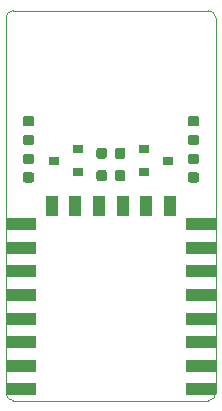
<source format=gbr>
%TF.GenerationSoftware,KiCad,Pcbnew,5.1.5+dfsg1-2~bpo10+1*%
%TF.CreationDate,Date%
%TF.ProjectId,ProMicro_ESP12E,50726f4d-6963-4726-9f5f-455350313245,v1.0*%
%TF.SameCoordinates,Original*%
%TF.FileFunction,Paste,Top*%
%TF.FilePolarity,Positive*%
%FSLAX45Y45*%
G04 Gerber Fmt 4.5, Leading zero omitted, Abs format (unit mm)*
G04 Created by KiCad*
%MOMM*%
%LPD*%
G04 APERTURE LIST*
%ADD10C,0.100000*%
%ADD11C,0.150000*%
%ADD12R,0.900000X0.800000*%
%ADD13R,2.500000X1.000000*%
%ADD14R,1.000000X1.800000*%
G04 APERTURE END LIST*
D10*
X-63500Y3175000D02*
G75*
G03X-127000Y3111500I0J-63500D01*
G01*
X1651000Y3111500D02*
G75*
G03X1587500Y3175000I-63500J0D01*
G01*
X1587500Y-127000D02*
G75*
G03X1651000Y-63500I0J63500D01*
G01*
X-127000Y-63500D02*
G75*
G03X-63500Y-127000I63500J0D01*
G01*
X-127000Y3111500D02*
X-127000Y-63500D01*
X1587500Y3175000D02*
X-63500Y3175000D01*
X1651000Y-63500D02*
X1651000Y3111500D01*
X-63500Y-127000D02*
X1587500Y-127000D01*
D11*
G36*
X1488269Y2123895D02*
G01*
X1490393Y2123580D01*
X1492475Y2123058D01*
X1494496Y2122335D01*
X1496437Y2121417D01*
X1498278Y2120313D01*
X1500002Y2119035D01*
X1501593Y2117593D01*
X1503035Y2116002D01*
X1504313Y2114278D01*
X1505417Y2112437D01*
X1506335Y2110496D01*
X1507058Y2108475D01*
X1507580Y2106393D01*
X1507895Y2104269D01*
X1508000Y2102125D01*
X1508000Y2058375D01*
X1507895Y2056231D01*
X1507580Y2054107D01*
X1507058Y2052025D01*
X1506335Y2050004D01*
X1505417Y2048063D01*
X1504313Y2046222D01*
X1503035Y2044498D01*
X1501593Y2042907D01*
X1500002Y2041465D01*
X1498278Y2040187D01*
X1496437Y2039083D01*
X1494496Y2038165D01*
X1492475Y2037442D01*
X1490393Y2036920D01*
X1488269Y2036605D01*
X1486125Y2036500D01*
X1434875Y2036500D01*
X1432731Y2036605D01*
X1430607Y2036920D01*
X1428525Y2037442D01*
X1426504Y2038165D01*
X1424563Y2039083D01*
X1422722Y2040187D01*
X1420998Y2041465D01*
X1419407Y2042907D01*
X1417965Y2044498D01*
X1416687Y2046222D01*
X1415583Y2048063D01*
X1414665Y2050004D01*
X1413942Y2052025D01*
X1413420Y2054107D01*
X1413105Y2056231D01*
X1413000Y2058375D01*
X1413000Y2102125D01*
X1413105Y2104269D01*
X1413420Y2106393D01*
X1413942Y2108475D01*
X1414665Y2110496D01*
X1415583Y2112437D01*
X1416687Y2114278D01*
X1417965Y2116002D01*
X1419407Y2117593D01*
X1420998Y2119035D01*
X1422722Y2120313D01*
X1424563Y2121417D01*
X1426504Y2122335D01*
X1428525Y2123058D01*
X1430607Y2123580D01*
X1432731Y2123895D01*
X1434875Y2124000D01*
X1486125Y2124000D01*
X1488269Y2123895D01*
G37*
G36*
X1488269Y2281395D02*
G01*
X1490393Y2281080D01*
X1492475Y2280558D01*
X1494496Y2279835D01*
X1496437Y2278917D01*
X1498278Y2277813D01*
X1500002Y2276535D01*
X1501593Y2275093D01*
X1503035Y2273502D01*
X1504313Y2271778D01*
X1505417Y2269937D01*
X1506335Y2267996D01*
X1507058Y2265975D01*
X1507580Y2263893D01*
X1507895Y2261769D01*
X1508000Y2259625D01*
X1508000Y2215875D01*
X1507895Y2213731D01*
X1507580Y2211607D01*
X1507058Y2209525D01*
X1506335Y2207504D01*
X1505417Y2205563D01*
X1504313Y2203722D01*
X1503035Y2201998D01*
X1501593Y2200407D01*
X1500002Y2198965D01*
X1498278Y2197687D01*
X1496437Y2196583D01*
X1494496Y2195665D01*
X1492475Y2194942D01*
X1490393Y2194420D01*
X1488269Y2194105D01*
X1486125Y2194000D01*
X1434875Y2194000D01*
X1432731Y2194105D01*
X1430607Y2194420D01*
X1428525Y2194942D01*
X1426504Y2195665D01*
X1424563Y2196583D01*
X1422722Y2197687D01*
X1420998Y2198965D01*
X1419407Y2200407D01*
X1417965Y2201998D01*
X1416687Y2203722D01*
X1415583Y2205563D01*
X1414665Y2207504D01*
X1413942Y2209525D01*
X1413420Y2211607D01*
X1413105Y2213731D01*
X1413000Y2215875D01*
X1413000Y2259625D01*
X1413105Y2261769D01*
X1413420Y2263893D01*
X1413942Y2265975D01*
X1414665Y2267996D01*
X1415583Y2269937D01*
X1416687Y2271778D01*
X1417965Y2273502D01*
X1419407Y2275093D01*
X1420998Y2276535D01*
X1422722Y2277813D01*
X1424563Y2278917D01*
X1426504Y2279835D01*
X1428525Y2280558D01*
X1430607Y2281080D01*
X1432731Y2281395D01*
X1434875Y2281500D01*
X1486125Y2281500D01*
X1488269Y2281395D01*
G37*
D12*
X1243000Y1905000D03*
X1043000Y1810000D03*
X1043000Y2000000D03*
X281000Y1905000D03*
X481000Y2000000D03*
X481000Y1810000D03*
D11*
G36*
X91269Y2281395D02*
G01*
X93393Y2281080D01*
X95475Y2280558D01*
X97496Y2279835D01*
X99437Y2278917D01*
X101278Y2277813D01*
X103002Y2276535D01*
X104593Y2275093D01*
X106035Y2273502D01*
X107313Y2271778D01*
X108417Y2269937D01*
X109335Y2267996D01*
X110058Y2265975D01*
X110580Y2263893D01*
X110895Y2261769D01*
X111000Y2259625D01*
X111000Y2215875D01*
X110895Y2213731D01*
X110580Y2211607D01*
X110058Y2209525D01*
X109335Y2207504D01*
X108417Y2205563D01*
X107313Y2203722D01*
X106035Y2201998D01*
X104593Y2200407D01*
X103002Y2198965D01*
X101278Y2197687D01*
X99437Y2196583D01*
X97496Y2195665D01*
X95475Y2194942D01*
X93393Y2194420D01*
X91269Y2194105D01*
X89125Y2194000D01*
X37875Y2194000D01*
X35731Y2194105D01*
X33607Y2194420D01*
X31525Y2194942D01*
X29504Y2195665D01*
X27563Y2196583D01*
X25722Y2197687D01*
X23998Y2198965D01*
X22407Y2200407D01*
X20965Y2201998D01*
X19687Y2203722D01*
X18583Y2205563D01*
X17665Y2207504D01*
X16942Y2209525D01*
X16420Y2211607D01*
X16105Y2213731D01*
X16000Y2215875D01*
X16000Y2259625D01*
X16105Y2261769D01*
X16420Y2263893D01*
X16942Y2265975D01*
X17665Y2267996D01*
X18583Y2269937D01*
X19687Y2271778D01*
X20965Y2273502D01*
X22407Y2275093D01*
X23998Y2276535D01*
X25722Y2277813D01*
X27563Y2278917D01*
X29504Y2279835D01*
X31525Y2280558D01*
X33607Y2281080D01*
X35731Y2281395D01*
X37875Y2281500D01*
X89125Y2281500D01*
X91269Y2281395D01*
G37*
G36*
X91269Y2123895D02*
G01*
X93393Y2123580D01*
X95475Y2123058D01*
X97496Y2122335D01*
X99437Y2121417D01*
X101278Y2120313D01*
X103002Y2119035D01*
X104593Y2117593D01*
X106035Y2116002D01*
X107313Y2114278D01*
X108417Y2112437D01*
X109335Y2110496D01*
X110058Y2108475D01*
X110580Y2106393D01*
X110895Y2104269D01*
X111000Y2102125D01*
X111000Y2058375D01*
X110895Y2056231D01*
X110580Y2054107D01*
X110058Y2052025D01*
X109335Y2050004D01*
X108417Y2048063D01*
X107313Y2046222D01*
X106035Y2044498D01*
X104593Y2042907D01*
X103002Y2041465D01*
X101278Y2040187D01*
X99437Y2039083D01*
X97496Y2038165D01*
X95475Y2037442D01*
X93393Y2036920D01*
X91269Y2036605D01*
X89125Y2036500D01*
X37875Y2036500D01*
X35731Y2036605D01*
X33607Y2036920D01*
X31525Y2037442D01*
X29504Y2038165D01*
X27563Y2039083D01*
X25722Y2040187D01*
X23998Y2041465D01*
X22407Y2042907D01*
X20965Y2044498D01*
X19687Y2046222D01*
X18583Y2048063D01*
X17665Y2050004D01*
X16942Y2052025D01*
X16420Y2054107D01*
X16105Y2056231D01*
X16000Y2058375D01*
X16000Y2102125D01*
X16105Y2104269D01*
X16420Y2106393D01*
X16942Y2108475D01*
X17665Y2110496D01*
X18583Y2112437D01*
X19687Y2114278D01*
X20965Y2116002D01*
X22407Y2117593D01*
X23998Y2119035D01*
X25722Y2120313D01*
X27563Y2121417D01*
X29504Y2122335D01*
X31525Y2123058D01*
X33607Y2123580D01*
X35731Y2123895D01*
X37875Y2124000D01*
X89125Y2124000D01*
X91269Y2123895D01*
G37*
G36*
X91269Y1806395D02*
G01*
X93393Y1806080D01*
X95475Y1805558D01*
X97496Y1804835D01*
X99437Y1803917D01*
X101278Y1802813D01*
X103002Y1801535D01*
X104593Y1800093D01*
X106035Y1798502D01*
X107313Y1796778D01*
X108417Y1794937D01*
X109335Y1792996D01*
X110058Y1790975D01*
X110580Y1788893D01*
X110895Y1786769D01*
X111000Y1784625D01*
X111000Y1740875D01*
X110895Y1738731D01*
X110580Y1736607D01*
X110058Y1734525D01*
X109335Y1732504D01*
X108417Y1730563D01*
X107313Y1728722D01*
X106035Y1726998D01*
X104593Y1725407D01*
X103002Y1723965D01*
X101278Y1722687D01*
X99437Y1721583D01*
X97496Y1720665D01*
X95475Y1719942D01*
X93393Y1719420D01*
X91269Y1719105D01*
X89125Y1719000D01*
X37875Y1719000D01*
X35731Y1719105D01*
X33607Y1719420D01*
X31525Y1719942D01*
X29504Y1720665D01*
X27563Y1721583D01*
X25722Y1722687D01*
X23998Y1723965D01*
X22407Y1725407D01*
X20965Y1726998D01*
X19687Y1728722D01*
X18583Y1730563D01*
X17665Y1732504D01*
X16942Y1734525D01*
X16420Y1736607D01*
X16105Y1738731D01*
X16000Y1740875D01*
X16000Y1784625D01*
X16105Y1786769D01*
X16420Y1788893D01*
X16942Y1790975D01*
X17665Y1792996D01*
X18583Y1794937D01*
X19687Y1796778D01*
X20965Y1798502D01*
X22407Y1800093D01*
X23998Y1801535D01*
X25722Y1802813D01*
X27563Y1803917D01*
X29504Y1804835D01*
X31525Y1805558D01*
X33607Y1806080D01*
X35731Y1806395D01*
X37875Y1806500D01*
X89125Y1806500D01*
X91269Y1806395D01*
G37*
G36*
X91269Y1963895D02*
G01*
X93393Y1963580D01*
X95475Y1963058D01*
X97496Y1962335D01*
X99437Y1961417D01*
X101278Y1960313D01*
X103002Y1959035D01*
X104593Y1957593D01*
X106035Y1956002D01*
X107313Y1954278D01*
X108417Y1952437D01*
X109335Y1950496D01*
X110058Y1948475D01*
X110580Y1946393D01*
X110895Y1944269D01*
X111000Y1942125D01*
X111000Y1898375D01*
X110895Y1896231D01*
X110580Y1894107D01*
X110058Y1892025D01*
X109335Y1890004D01*
X108417Y1888063D01*
X107313Y1886222D01*
X106035Y1884498D01*
X104593Y1882907D01*
X103002Y1881465D01*
X101278Y1880187D01*
X99437Y1879083D01*
X97496Y1878165D01*
X95475Y1877442D01*
X93393Y1876920D01*
X91269Y1876605D01*
X89125Y1876500D01*
X37875Y1876500D01*
X35731Y1876605D01*
X33607Y1876920D01*
X31525Y1877442D01*
X29504Y1878165D01*
X27563Y1879083D01*
X25722Y1880187D01*
X23998Y1881465D01*
X22407Y1882907D01*
X20965Y1884498D01*
X19687Y1886222D01*
X18583Y1888063D01*
X17665Y1890004D01*
X16942Y1892025D01*
X16420Y1894107D01*
X16105Y1896231D01*
X16000Y1898375D01*
X16000Y1942125D01*
X16105Y1944269D01*
X16420Y1946393D01*
X16942Y1948475D01*
X17665Y1950496D01*
X18583Y1952437D01*
X19687Y1954278D01*
X20965Y1956002D01*
X22407Y1957593D01*
X23998Y1959035D01*
X25722Y1960313D01*
X27563Y1961417D01*
X29504Y1962335D01*
X31525Y1963058D01*
X33607Y1963580D01*
X35731Y1963895D01*
X37875Y1964000D01*
X89125Y1964000D01*
X91269Y1963895D01*
G37*
G36*
X707269Y2015895D02*
G01*
X709393Y2015580D01*
X711475Y2015058D01*
X713496Y2014335D01*
X715437Y2013417D01*
X717278Y2012313D01*
X719002Y2011035D01*
X720593Y2009593D01*
X722035Y2008002D01*
X723313Y2006278D01*
X724417Y2004437D01*
X725335Y2002496D01*
X726058Y2000475D01*
X726580Y1998393D01*
X726895Y1996269D01*
X727000Y1994125D01*
X727000Y1942875D01*
X726895Y1940731D01*
X726580Y1938607D01*
X726058Y1936525D01*
X725335Y1934504D01*
X724417Y1932563D01*
X723313Y1930722D01*
X722035Y1928998D01*
X720593Y1927407D01*
X719002Y1925965D01*
X717278Y1924687D01*
X715437Y1923583D01*
X713496Y1922665D01*
X711475Y1921942D01*
X709393Y1921420D01*
X707269Y1921105D01*
X705125Y1921000D01*
X661375Y1921000D01*
X659231Y1921105D01*
X657107Y1921420D01*
X655025Y1921942D01*
X653004Y1922665D01*
X651063Y1923583D01*
X649222Y1924687D01*
X647498Y1925965D01*
X645907Y1927407D01*
X644465Y1928998D01*
X643187Y1930722D01*
X642083Y1932563D01*
X641165Y1934504D01*
X640442Y1936525D01*
X639920Y1938607D01*
X639605Y1940731D01*
X639500Y1942875D01*
X639500Y1994125D01*
X639605Y1996269D01*
X639920Y1998393D01*
X640442Y2000475D01*
X641165Y2002496D01*
X642083Y2004437D01*
X643187Y2006278D01*
X644465Y2008002D01*
X645907Y2009593D01*
X647498Y2011035D01*
X649222Y2012313D01*
X651063Y2013417D01*
X653004Y2014335D01*
X655025Y2015058D01*
X657107Y2015580D01*
X659231Y2015895D01*
X661375Y2016000D01*
X705125Y2016000D01*
X707269Y2015895D01*
G37*
G36*
X864769Y2015895D02*
G01*
X866893Y2015580D01*
X868975Y2015058D01*
X870996Y2014335D01*
X872937Y2013417D01*
X874778Y2012313D01*
X876502Y2011035D01*
X878093Y2009593D01*
X879535Y2008002D01*
X880813Y2006278D01*
X881917Y2004437D01*
X882835Y2002496D01*
X883558Y2000475D01*
X884080Y1998393D01*
X884395Y1996269D01*
X884500Y1994125D01*
X884500Y1942875D01*
X884395Y1940731D01*
X884080Y1938607D01*
X883558Y1936525D01*
X882835Y1934504D01*
X881917Y1932563D01*
X880813Y1930722D01*
X879535Y1928998D01*
X878093Y1927407D01*
X876502Y1925965D01*
X874778Y1924687D01*
X872937Y1923583D01*
X870996Y1922665D01*
X868975Y1921942D01*
X866893Y1921420D01*
X864769Y1921105D01*
X862625Y1921000D01*
X818875Y1921000D01*
X816731Y1921105D01*
X814607Y1921420D01*
X812525Y1921942D01*
X810504Y1922665D01*
X808563Y1923583D01*
X806722Y1924687D01*
X804998Y1925965D01*
X803407Y1927407D01*
X801965Y1928998D01*
X800687Y1930722D01*
X799583Y1932563D01*
X798665Y1934504D01*
X797942Y1936525D01*
X797420Y1938607D01*
X797105Y1940731D01*
X797000Y1942875D01*
X797000Y1994125D01*
X797105Y1996269D01*
X797420Y1998393D01*
X797942Y2000475D01*
X798665Y2002496D01*
X799583Y2004437D01*
X800687Y2006278D01*
X801965Y2008002D01*
X803407Y2009593D01*
X804998Y2011035D01*
X806722Y2012313D01*
X808563Y2013417D01*
X810504Y2014335D01*
X812525Y2015058D01*
X814607Y2015580D01*
X816731Y2015895D01*
X818875Y2016000D01*
X862625Y2016000D01*
X864769Y2015895D01*
G37*
G36*
X864769Y1825395D02*
G01*
X866893Y1825080D01*
X868975Y1824558D01*
X870996Y1823835D01*
X872937Y1822917D01*
X874778Y1821813D01*
X876502Y1820535D01*
X878093Y1819093D01*
X879535Y1817502D01*
X880813Y1815778D01*
X881917Y1813937D01*
X882835Y1811996D01*
X883558Y1809975D01*
X884080Y1807893D01*
X884395Y1805769D01*
X884500Y1803625D01*
X884500Y1752375D01*
X884395Y1750231D01*
X884080Y1748107D01*
X883558Y1746025D01*
X882835Y1744004D01*
X881917Y1742063D01*
X880813Y1740222D01*
X879535Y1738498D01*
X878093Y1736907D01*
X876502Y1735465D01*
X874778Y1734187D01*
X872937Y1733083D01*
X870996Y1732165D01*
X868975Y1731442D01*
X866893Y1730920D01*
X864769Y1730605D01*
X862625Y1730500D01*
X818875Y1730500D01*
X816731Y1730605D01*
X814607Y1730920D01*
X812525Y1731442D01*
X810504Y1732165D01*
X808563Y1733083D01*
X806722Y1734187D01*
X804998Y1735465D01*
X803407Y1736907D01*
X801965Y1738498D01*
X800687Y1740222D01*
X799583Y1742063D01*
X798665Y1744004D01*
X797942Y1746025D01*
X797420Y1748107D01*
X797105Y1750231D01*
X797000Y1752375D01*
X797000Y1803625D01*
X797105Y1805769D01*
X797420Y1807893D01*
X797942Y1809975D01*
X798665Y1811996D01*
X799583Y1813937D01*
X800687Y1815778D01*
X801965Y1817502D01*
X803407Y1819093D01*
X804998Y1820535D01*
X806722Y1821813D01*
X808563Y1822917D01*
X810504Y1823835D01*
X812525Y1824558D01*
X814607Y1825080D01*
X816731Y1825395D01*
X818875Y1825500D01*
X862625Y1825500D01*
X864769Y1825395D01*
G37*
G36*
X707269Y1825395D02*
G01*
X709393Y1825080D01*
X711475Y1824558D01*
X713496Y1823835D01*
X715437Y1822917D01*
X717278Y1821813D01*
X719002Y1820535D01*
X720593Y1819093D01*
X722035Y1817502D01*
X723313Y1815778D01*
X724417Y1813937D01*
X725335Y1811996D01*
X726058Y1809975D01*
X726580Y1807893D01*
X726895Y1805769D01*
X727000Y1803625D01*
X727000Y1752375D01*
X726895Y1750231D01*
X726580Y1748107D01*
X726058Y1746025D01*
X725335Y1744004D01*
X724417Y1742063D01*
X723313Y1740222D01*
X722035Y1738498D01*
X720593Y1736907D01*
X719002Y1735465D01*
X717278Y1734187D01*
X715437Y1733083D01*
X713496Y1732165D01*
X711475Y1731442D01*
X709393Y1730920D01*
X707269Y1730605D01*
X705125Y1730500D01*
X661375Y1730500D01*
X659231Y1730605D01*
X657107Y1730920D01*
X655025Y1731442D01*
X653004Y1732165D01*
X651063Y1733083D01*
X649222Y1734187D01*
X647498Y1735465D01*
X645907Y1736907D01*
X644465Y1738498D01*
X643187Y1740222D01*
X642083Y1742063D01*
X641165Y1744004D01*
X640442Y1746025D01*
X639920Y1748107D01*
X639605Y1750231D01*
X639500Y1752375D01*
X639500Y1803625D01*
X639605Y1805769D01*
X639920Y1807893D01*
X640442Y1809975D01*
X641165Y1811996D01*
X642083Y1813937D01*
X643187Y1815778D01*
X644465Y1817502D01*
X645907Y1819093D01*
X647498Y1820535D01*
X649222Y1821813D01*
X651063Y1822917D01*
X653004Y1823835D01*
X655025Y1824558D01*
X657107Y1825080D01*
X659231Y1825395D01*
X661375Y1825500D01*
X705125Y1825500D01*
X707269Y1825395D01*
G37*
G36*
X1488269Y1806395D02*
G01*
X1490393Y1806080D01*
X1492475Y1805558D01*
X1494496Y1804835D01*
X1496437Y1803917D01*
X1498278Y1802813D01*
X1500002Y1801535D01*
X1501593Y1800093D01*
X1503035Y1798502D01*
X1504313Y1796778D01*
X1505417Y1794937D01*
X1506335Y1792996D01*
X1507058Y1790975D01*
X1507580Y1788893D01*
X1507895Y1786769D01*
X1508000Y1784625D01*
X1508000Y1740875D01*
X1507895Y1738731D01*
X1507580Y1736607D01*
X1507058Y1734525D01*
X1506335Y1732504D01*
X1505417Y1730563D01*
X1504313Y1728722D01*
X1503035Y1726998D01*
X1501593Y1725407D01*
X1500002Y1723965D01*
X1498278Y1722687D01*
X1496437Y1721583D01*
X1494496Y1720665D01*
X1492475Y1719942D01*
X1490393Y1719420D01*
X1488269Y1719105D01*
X1486125Y1719000D01*
X1434875Y1719000D01*
X1432731Y1719105D01*
X1430607Y1719420D01*
X1428525Y1719942D01*
X1426504Y1720665D01*
X1424563Y1721583D01*
X1422722Y1722687D01*
X1420998Y1723965D01*
X1419407Y1725407D01*
X1417965Y1726998D01*
X1416687Y1728722D01*
X1415583Y1730563D01*
X1414665Y1732504D01*
X1413942Y1734525D01*
X1413420Y1736607D01*
X1413105Y1738731D01*
X1413000Y1740875D01*
X1413000Y1784625D01*
X1413105Y1786769D01*
X1413420Y1788893D01*
X1413942Y1790975D01*
X1414665Y1792996D01*
X1415583Y1794937D01*
X1416687Y1796778D01*
X1417965Y1798502D01*
X1419407Y1800093D01*
X1420998Y1801535D01*
X1422722Y1802813D01*
X1424563Y1803917D01*
X1426504Y1804835D01*
X1428525Y1805558D01*
X1430607Y1806080D01*
X1432731Y1806395D01*
X1434875Y1806500D01*
X1486125Y1806500D01*
X1488269Y1806395D01*
G37*
G36*
X1488269Y1963895D02*
G01*
X1490393Y1963580D01*
X1492475Y1963058D01*
X1494496Y1962335D01*
X1496437Y1961417D01*
X1498278Y1960313D01*
X1500002Y1959035D01*
X1501593Y1957593D01*
X1503035Y1956002D01*
X1504313Y1954278D01*
X1505417Y1952437D01*
X1506335Y1950496D01*
X1507058Y1948475D01*
X1507580Y1946393D01*
X1507895Y1944269D01*
X1508000Y1942125D01*
X1508000Y1898375D01*
X1507895Y1896231D01*
X1507580Y1894107D01*
X1507058Y1892025D01*
X1506335Y1890004D01*
X1505417Y1888063D01*
X1504313Y1886222D01*
X1503035Y1884498D01*
X1501593Y1882907D01*
X1500002Y1881465D01*
X1498278Y1880187D01*
X1496437Y1879083D01*
X1494496Y1878165D01*
X1492475Y1877442D01*
X1490393Y1876920D01*
X1488269Y1876605D01*
X1486125Y1876500D01*
X1434875Y1876500D01*
X1432731Y1876605D01*
X1430607Y1876920D01*
X1428525Y1877442D01*
X1426504Y1878165D01*
X1424563Y1879083D01*
X1422722Y1880187D01*
X1420998Y1881465D01*
X1419407Y1882907D01*
X1417965Y1884498D01*
X1416687Y1886222D01*
X1415583Y1888063D01*
X1414665Y1890004D01*
X1413942Y1892025D01*
X1413420Y1894107D01*
X1413105Y1896231D01*
X1413000Y1898375D01*
X1413000Y1942125D01*
X1413105Y1944269D01*
X1413420Y1946393D01*
X1413942Y1948475D01*
X1414665Y1950496D01*
X1415583Y1952437D01*
X1416687Y1954278D01*
X1417965Y1956002D01*
X1419407Y1957593D01*
X1420998Y1959035D01*
X1422722Y1960313D01*
X1424563Y1961417D01*
X1426504Y1962335D01*
X1428525Y1963058D01*
X1430607Y1963580D01*
X1432731Y1963895D01*
X1434875Y1964000D01*
X1486125Y1964000D01*
X1488269Y1963895D01*
G37*
D13*
X2000Y-32500D03*
X2000Y167500D03*
X2000Y367500D03*
X2000Y567500D03*
X2000Y767500D03*
X2000Y967500D03*
X2000Y1167500D03*
X2000Y1367500D03*
D14*
X262000Y1517500D03*
X462000Y1517500D03*
X662000Y1517500D03*
X862000Y1517500D03*
X1062000Y1517500D03*
X1262000Y1517500D03*
D13*
X1522000Y1367500D03*
X1522000Y1167500D03*
X1522000Y967500D03*
X1522000Y767500D03*
X1522000Y567500D03*
X1522000Y367500D03*
X1522000Y167500D03*
X1522000Y-32500D03*
M02*

</source>
